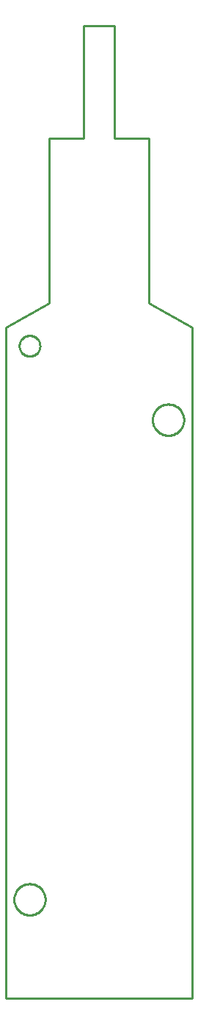
<source format=gbr>
G04 EAGLE Gerber RS-274X export*
G75*
%MOMM*%
%FSLAX34Y34*%
%LPD*%
%IN*%
%IPPOS*%
%AMOC8*
5,1,8,0,0,1.08239X$1,22.5*%
G01*
%ADD10C,0.254000*%


D10*
X0Y0D02*
X215000Y0D01*
X215000Y772500D01*
X165000Y800000D01*
X165000Y990000D01*
X125000Y990000D01*
X125000Y1120000D01*
X90000Y1120000D01*
X90000Y990000D01*
X50000Y990000D01*
X50000Y800000D01*
X0Y772500D01*
X0Y0D01*
X26911Y132000D02*
X25735Y131923D01*
X24566Y131769D01*
X23410Y131539D01*
X22272Y131234D01*
X21156Y130855D01*
X20067Y130404D01*
X19010Y129883D01*
X17990Y129294D01*
X17010Y128639D01*
X16075Y127922D01*
X15189Y127145D01*
X14355Y126311D01*
X13578Y125425D01*
X12861Y124490D01*
X12206Y123510D01*
X11617Y122490D01*
X11096Y121433D01*
X10645Y120344D01*
X10266Y119228D01*
X9961Y118090D01*
X9731Y116934D01*
X9577Y115765D01*
X9500Y114589D01*
X9500Y113411D01*
X9577Y112235D01*
X9731Y111066D01*
X9961Y109910D01*
X10266Y108772D01*
X10645Y107656D01*
X11096Y106567D01*
X11617Y105510D01*
X12206Y104490D01*
X12861Y103510D01*
X13578Y102575D01*
X14355Y101689D01*
X15189Y100855D01*
X16075Y100078D01*
X17010Y99361D01*
X17990Y98706D01*
X19010Y98117D01*
X20067Y97596D01*
X21156Y97145D01*
X22272Y96766D01*
X23410Y96461D01*
X24566Y96231D01*
X25735Y96077D01*
X26911Y96000D01*
X28089Y96000D01*
X29265Y96077D01*
X30434Y96231D01*
X31590Y96461D01*
X32728Y96766D01*
X33844Y97145D01*
X34933Y97596D01*
X35990Y98117D01*
X37010Y98706D01*
X37990Y99361D01*
X38925Y100078D01*
X39811Y100855D01*
X40645Y101689D01*
X41422Y102575D01*
X42139Y103510D01*
X42794Y104490D01*
X43383Y105510D01*
X43904Y106567D01*
X44355Y107656D01*
X44734Y108772D01*
X45039Y109910D01*
X45269Y111066D01*
X45423Y112235D01*
X45500Y113411D01*
X45500Y114589D01*
X45423Y115765D01*
X45269Y116934D01*
X45039Y118090D01*
X44734Y119228D01*
X44355Y120344D01*
X43904Y121433D01*
X43383Y122490D01*
X42794Y123510D01*
X42139Y124490D01*
X41422Y125425D01*
X40645Y126311D01*
X39811Y127145D01*
X38925Y127922D01*
X37990Y128639D01*
X37010Y129294D01*
X35990Y129883D01*
X34933Y130404D01*
X33844Y130855D01*
X32728Y131234D01*
X31590Y131539D01*
X30434Y131769D01*
X29265Y131923D01*
X28089Y132000D01*
X26911Y132000D01*
X186911Y684000D02*
X185735Y683923D01*
X184566Y683769D01*
X183410Y683539D01*
X182272Y683234D01*
X181156Y682855D01*
X180067Y682404D01*
X179010Y681883D01*
X177990Y681294D01*
X177010Y680639D01*
X176075Y679922D01*
X175189Y679145D01*
X174355Y678311D01*
X173578Y677425D01*
X172861Y676490D01*
X172206Y675510D01*
X171617Y674490D01*
X171096Y673433D01*
X170645Y672344D01*
X170266Y671228D01*
X169961Y670090D01*
X169731Y668934D01*
X169577Y667765D01*
X169500Y666589D01*
X169500Y665411D01*
X169577Y664235D01*
X169731Y663066D01*
X169961Y661910D01*
X170266Y660772D01*
X170645Y659656D01*
X171096Y658567D01*
X171617Y657510D01*
X172206Y656490D01*
X172861Y655510D01*
X173578Y654575D01*
X174355Y653689D01*
X175189Y652855D01*
X176075Y652078D01*
X177010Y651361D01*
X177990Y650706D01*
X179010Y650117D01*
X180067Y649596D01*
X181156Y649145D01*
X182272Y648766D01*
X183410Y648461D01*
X184566Y648231D01*
X185735Y648077D01*
X186911Y648000D01*
X188089Y648000D01*
X189265Y648077D01*
X190434Y648231D01*
X191590Y648461D01*
X192728Y648766D01*
X193844Y649145D01*
X194933Y649596D01*
X195990Y650117D01*
X197010Y650706D01*
X197990Y651361D01*
X198925Y652078D01*
X199811Y652855D01*
X200645Y653689D01*
X201422Y654575D01*
X202139Y655510D01*
X202794Y656490D01*
X203383Y657510D01*
X203904Y658567D01*
X204355Y659656D01*
X204734Y660772D01*
X205039Y661910D01*
X205269Y663066D01*
X205423Y664235D01*
X205500Y665411D01*
X205500Y666589D01*
X205423Y667765D01*
X205269Y668934D01*
X205039Y670090D01*
X204734Y671228D01*
X204355Y672344D01*
X203904Y673433D01*
X203383Y674490D01*
X202794Y675510D01*
X202139Y676490D01*
X201422Y677425D01*
X200645Y678311D01*
X199811Y679145D01*
X198925Y679922D01*
X197990Y680639D01*
X197010Y681294D01*
X195990Y681883D01*
X194933Y682404D01*
X193844Y682855D01*
X192728Y683234D01*
X191590Y683539D01*
X190434Y683769D01*
X189265Y683923D01*
X188089Y684000D01*
X186911Y684000D01*
X27030Y763050D02*
X26094Y762976D01*
X25167Y762829D01*
X24254Y762610D01*
X23361Y762320D01*
X22493Y761961D01*
X21656Y761534D01*
X20856Y761044D01*
X20096Y760492D01*
X19382Y759882D01*
X18718Y759218D01*
X18108Y758504D01*
X17556Y757744D01*
X17066Y756944D01*
X16639Y756107D01*
X16280Y755239D01*
X15990Y754346D01*
X15771Y753433D01*
X15624Y752506D01*
X15550Y751570D01*
X15550Y750630D01*
X15624Y749694D01*
X15771Y748767D01*
X15990Y747854D01*
X16280Y746961D01*
X16639Y746093D01*
X17066Y745256D01*
X17556Y744456D01*
X18108Y743696D01*
X18718Y742982D01*
X19382Y742318D01*
X20096Y741708D01*
X20856Y741156D01*
X21656Y740666D01*
X22493Y740239D01*
X23361Y739880D01*
X24254Y739590D01*
X25167Y739371D01*
X26094Y739224D01*
X27030Y739150D01*
X27970Y739150D01*
X28906Y739224D01*
X29833Y739371D01*
X30746Y739590D01*
X31639Y739880D01*
X32507Y740239D01*
X33344Y740666D01*
X34144Y741156D01*
X34904Y741708D01*
X35618Y742318D01*
X36282Y742982D01*
X36892Y743696D01*
X37444Y744456D01*
X37934Y745256D01*
X38361Y746093D01*
X38720Y746961D01*
X39010Y747854D01*
X39229Y748767D01*
X39376Y749694D01*
X39450Y750630D01*
X39450Y751570D01*
X39376Y752506D01*
X39229Y753433D01*
X39010Y754346D01*
X38720Y755239D01*
X38361Y756107D01*
X37934Y756944D01*
X37444Y757744D01*
X36892Y758504D01*
X36282Y759218D01*
X35618Y759882D01*
X34904Y760492D01*
X34144Y761044D01*
X33344Y761534D01*
X32507Y761961D01*
X31639Y762320D01*
X30746Y762610D01*
X29833Y762829D01*
X28906Y762976D01*
X27970Y763050D01*
X27030Y763050D01*
M02*

</source>
